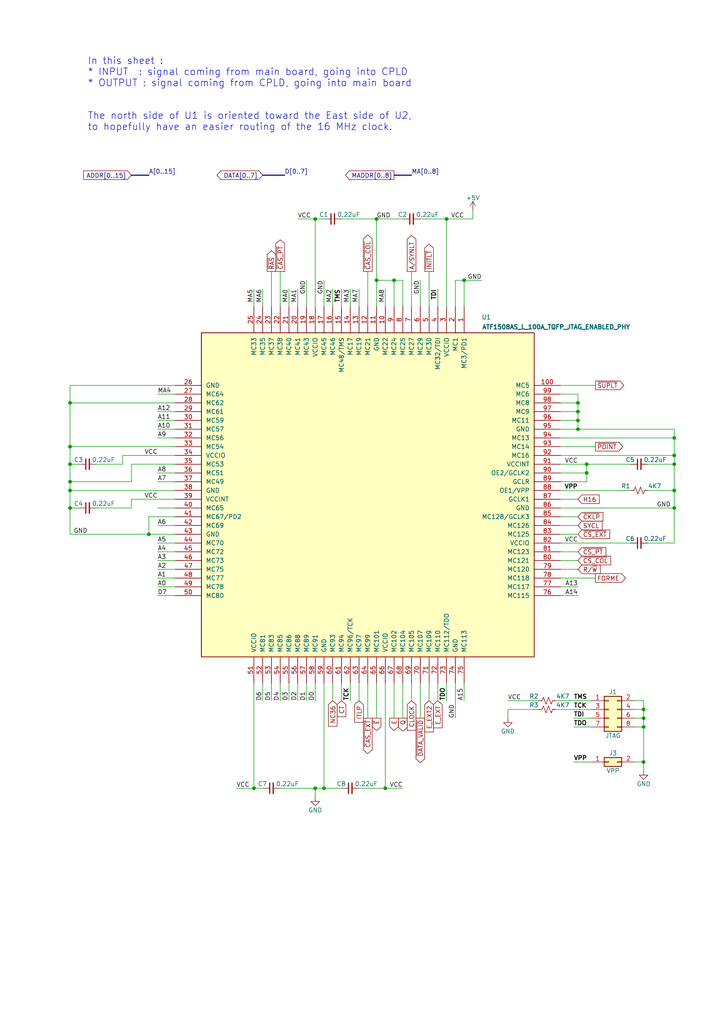
<source format=kicad_sch>
(kicad_sch (version 20230121) (generator eeschema)
  (paper "A4" portrait)
  (title_block (title "Replacement of the Motorola gate array by ATF1508 CPLD") (date "2025-05-17") (rev "DRAFT-0") (company "Sporniket") (comment 1 "For the 8-bits computer known as 'Thomson MO5' released in 1984") (comment 3 "...thomson-mo5--gate-array-motorola--replacement-hw--atf1508") (comment 4 "Original repository : https://github.com/sporniket/..."))
  (lib_symbols
    (symbol "Connector_Generic:Conn_02x01" (pin_names (offset 1.016) hide)
      (property "Reference" "J" (at 1.27 2.54 0))
      (property "Value" "Conn_02x01" (at 1.27 -2.54 0))
      (symbol "Conn_02x01_1_1"
        (rectangle (start -1.27 0.127) (end 0 -0.127) (stroke (width 0.1524)))
        (rectangle (start -1.27 1.27) (end 3.81 -1.27) (stroke (width 0.254)) (fill (type background)))
        (rectangle (start 3.81 0.127) (end 2.54 -0.127) (stroke (width 0.1524)))
        (pin passive line (at -5.08 0 0) (length 3.81) (name "Pin_1") (number "1"))
        (pin passive line (at 7.62 0 180) (length 3.81) (name "Pin_2") (number "2"))
      )
    )
    (symbol "Connector_Generic:Conn_02x04_Odd_Even" (pin_names (offset 1.016) hide)
      (property "Reference" "J" (at 1.27 5.08 0))
      (property "Value" "Conn_02x04_Odd_Even" (at 1.27 -7.62 0))
      (symbol "Conn_02x04_Odd_Even_1_1"
        (rectangle (start -1.27 -4.953) (end 0 -5.207) (stroke (width 0.1524)))
        (rectangle (start -1.27 -2.413) (end 0 -2.667) (stroke (width 0.1524)))
        (rectangle (start -1.27 0.127) (end 0 -0.127) (stroke (width 0.1524)))
        (rectangle (start -1.27 2.667) (end 0 2.413) (stroke (width 0.1524)))
        (rectangle (start -1.27 3.81) (end 3.81 -6.35) (stroke (width 0.254)) (fill (type background)))
        (rectangle (start 3.81 -4.953) (end 2.54 -5.207) (stroke (width 0.1524)))
        (rectangle (start 3.81 -2.413) (end 2.54 -2.667) (stroke (width 0.1524)))
        (rectangle (start 3.81 0.127) (end 2.54 -0.127) (stroke (width 0.1524)))
        (rectangle (start 3.81 2.667) (end 2.54 2.413) (stroke (width 0.1524)))
        (pin passive line (at -5.08 2.54 0) (length 3.81) (name "Pin_1") (number "1"))
        (pin passive line (at 7.62 2.54 180) (length 3.81) (name "Pin_2") (number "2"))
        (pin passive line (at -5.08 0 0) (length 3.81) (name "Pin_3") (number "3"))
        (pin passive line (at 7.62 0 180) (length 3.81) (name "Pin_4") (number "4"))
        (pin passive line (at -5.08 -2.54 0) (length 3.81) (name "Pin_5") (number "5"))
        (pin passive line (at 7.62 -2.54 180) (length 3.81) (name "Pin_6") (number "6"))
        (pin passive line (at -5.08 -5.08 0) (length 3.81) (name "Pin_7") (number "7"))
        (pin passive line (at 7.62 -5.08 180) (length 3.81) (name "Pin_8") (number "8"))
      )
    )
    (symbol "Device:C_Small" (pin_numbers hide) (pin_names (offset 0.254) hide)
      (property "Reference" "C" (at 0.254 1.778 0))
      (property "Value" "C_Small" (at 0.254 -2.032 0))
      (symbol "C_Small_0_1"
        (polyline (pts (xy -1.524 -0.508) (xy 1.524 -0.508)) (stroke (width 0.3302)))
        (polyline (pts (xy -1.524 0.508) (xy 1.524 0.508)) (stroke (width 0.3048)))
      )
      (symbol "C_Small_1_1"
        (pin passive line (at 0 2.54 270) (length 2.032) (name "~") (number "1"))
        (pin passive line (at 0 -2.54 90) (length 2.032) (name "~") (number "2"))
      )
    )
    (symbol "Device:R_Small_US" (pin_numbers hide) (pin_names (offset 0.254) hide)
      (property "Reference" "R" (at 0.762 0.508 0))
      (property "Value" "R_Small_US" (at 0.762 -1.016 0))
      (symbol "R_Small_US_1_1"
        (polyline (pts (xy 0 0) (xy 1.016 -0.381) (xy 0 -0.762) (xy -1.016 -1.143) (xy 0 -1.524)))
        (polyline (pts (xy 0 1.524) (xy 1.016 1.143) (xy 0 0.762) (xy -1.016 0.381) (xy 0 0)))
        (pin passive line (at 0 2.54 270) (length 1.016) (name "~") (number "1"))
        (pin passive line (at 0 -2.54 90) (length 1.016) (name "~") (number "2"))
      )
    )
    (symbol "atf1508as-tqfp100-jtag:ATF1508AS_L_100A_TQFP_JTAG_ENABLED_PHY" (pin_names (offset 1.27))
      (property "Reference" "U" (at 31.75 53.34 0))
      (property "Value" "ATF1508AS_L_100A_TQFP_JTAG_ENABLED_PHY" (at 31.75 50.8 0))
      (symbol "ATF1508AS_L_100A_TQFP_JTAG_ENABLED_PHY_0_0"
        (rectangle (start -46.99 48.26) (end 46.99 -48.26) (stroke (width 0.254)) (fill (type background)))
        (pin bidirectional line (at -54.61 27.94 0) (length 7.62) (name "MC3/PD1") (number "1"))
        (pin bidirectional line (at -54.61 5.08 0) (length 7.62) (name "MC22") (number "10"))
        (pin bidirectional line (at -31.75 55.88 270) (length 7.62) (name "MC5") (number "100"))
        (pin power_in line (at -54.61 2.54 0) (length 7.62) (name "GND") (number "11"))
        (pin bidirectional line (at -54.61 0 0) (length 7.62) (name "MC21") (number "12"))
        (pin bidirectional line (at -54.61 -2.54 0) (length 7.62) (name "MC19") (number "13"))
        (pin bidirectional line (at -54.61 -5.08 0) (length 7.62) (name "MC17") (number "14"))
        (pin bidirectional line (at -54.61 -7.62 0) (length 7.62) (name "MC48/TMS") (number "15"))
        (pin bidirectional line (at -54.61 -10.16 0) (length 7.62) (name "MC46") (number "16"))
        (pin bidirectional line (at -54.61 -12.7 0) (length 7.62) (name "MC45") (number "17"))
        (pin power_in line (at -54.61 -15.24 0) (length 7.62) (name "VCCIO") (number "18"))
        (pin bidirectional line (at -54.61 -17.78 0) (length 7.62) (name "MC43") (number "19"))
        (pin bidirectional line (at -54.61 25.4 0) (length 7.62) (name "MC1") (number "2"))
        (pin bidirectional line (at -54.61 -20.32 0) (length 7.62) (name "MC41") (number "20"))
        (pin bidirectional line (at -54.61 -22.86 0) (length 7.62) (name "MC40") (number "21"))
        (pin bidirectional line (at -54.61 -25.4 0) (length 7.62) (name "MC38") (number "22"))
        (pin bidirectional line (at -54.61 -27.94 0) (length 7.62) (name "MC37") (number "23"))
        (pin bidirectional line (at -54.61 -30.48 0) (length 7.62) (name "MC35") (number "24"))
        (pin bidirectional line (at -54.61 -33.02 0) (length 7.62) (name "MC33") (number "25"))
        (pin power_in line (at -31.75 -55.88 90) (length 7.62) (name "GND") (number "26"))
        (pin bidirectional line (at -29.21 -55.88 90) (length 7.62) (name "MC64") (number "27"))
        (pin bidirectional line (at -26.67 -55.88 90) (length 7.62) (name "MC62") (number "28"))
        (pin bidirectional line (at -24.13 -55.88 90) (length 7.62) (name "MC61") (number "29"))
        (pin power_in line (at -54.61 22.86 0) (length 7.62) (name "VCCIO") (number "3"))
        (pin bidirectional line (at -21.59 -55.88 90) (length 7.62) (name "MC59") (number "30"))
        (pin bidirectional line (at -19.05 -55.88 90) (length 7.62) (name "MC57") (number "31"))
        (pin bidirectional line (at -16.51 -55.88 90) (length 7.62) (name "MC56") (number "32"))
        (pin bidirectional line (at -13.97 -55.88 90) (length 7.62) (name "MC54") (number "33"))
        (pin power_in line (at -11.43 -55.88 90) (length 7.62) (name "VCCIO") (number "34"))
        (pin bidirectional line (at -8.89 -55.88 90) (length 7.62) (name "MC53") (number "35"))
        (pin bidirectional line (at -6.35 -55.88 90) (length 7.62) (name "MC51") (number "36"))
        (pin bidirectional line (at -3.81 -55.88 90) (length 7.62) (name "MC49") (number "37"))
        (pin power_in line (at -1.27 -55.88 90) (length 7.62) (name "GND") (number "38"))
        (pin power_in line (at 1.27 -55.88 90) (length 7.62) (name "VCCINT") (number "39"))
        (pin bidirectional line (at -54.61 20.32 0) (length 7.62) (name "MC32/TDI") (number "4"))
        (pin bidirectional line (at 3.81 -55.88 90) (length 7.62) (name "MC65") (number "40"))
        (pin bidirectional line (at 6.35 -55.88 90) (length 7.62) (name "MC67/PD2") (number "41"))
        (pin bidirectional line (at 8.89 -55.88 90) (length 7.62) (name "MC69") (number "42"))
        (pin power_in line (at 11.43 -55.88 90) (length 7.62) (name "GND") (number "43"))
        (pin bidirectional line (at 13.97 -55.88 90) (length 7.62) (name "MC70") (number "44"))
        (pin bidirectional line (at 16.51 -55.88 90) (length 7.62) (name "MC72") (number "45"))
        (pin bidirectional line (at 19.05 -55.88 90) (length 7.62) (name "MC73") (number "46"))
        (pin bidirectional line (at 21.59 -55.88 90) (length 7.62) (name "MC75") (number "47"))
        (pin bidirectional line (at 24.13 -55.88 90) (length 7.62) (name "MC77") (number "48"))
        (pin bidirectional line (at 26.67 -55.88 90) (length 7.62) (name "MC78") (number "49"))
        (pin bidirectional line (at -54.61 17.78 0) (length 7.62) (name "MC30") (number "5"))
        (pin bidirectional line (at 29.21 -55.88 90) (length 7.62) (name "MC80") (number "50"))
        (pin power_in line (at 54.61 -33.02 180) (length 7.62) (name "VCCIO") (number "51"))
        (pin bidirectional line (at 54.61 -30.48 180) (length 7.62) (name "MC81") (number "52"))
        (pin bidirectional line (at 54.61 -27.94 180) (length 7.62) (name "MC83") (number "53"))
        (pin bidirectional line (at 54.61 -25.4 180) (length 7.62) (name "MC85") (number "54"))
        (pin bidirectional line (at 54.61 -22.86 180) (length 7.62) (name "MC86") (number "55"))
        (pin bidirectional line (at 54.61 -20.32 180) (length 7.62) (name "MC88") (number "56"))
        (pin bidirectional line (at 54.61 -17.78 180) (length 7.62) (name "MC89") (number "57"))
        (pin bidirectional line (at 54.61 -15.24 180) (length 7.62) (name "MC91") (number "58"))
        (pin power_in line (at 54.61 -12.7 180) (length 7.62) (name "GND") (number "59"))
        (pin bidirectional line (at -54.61 15.24 0) (length 7.62) (name "MC29") (number "6"))
        (pin bidirectional line (at 54.61 -10.16 180) (length 7.62) (name "MC93") (number "60"))
        (pin bidirectional line (at 54.61 -7.62 180) (length 7.62) (name "MC94") (number "61"))
        (pin bidirectional line (at 54.61 -5.08 180) (length 7.62) (name "MC96/TCK") (number "62"))
        (pin bidirectional line (at 54.61 -2.54 180) (length 7.62) (name "MC97") (number "63"))
        (pin bidirectional line (at 54.61 0 180) (length 7.62) (name "MC99") (number "64"))
        (pin bidirectional line (at 54.61 2.54 180) (length 7.62) (name "MC101") (number "65"))
        (pin power_in line (at 54.61 5.08 180) (length 7.62) (name "VCCIO") (number "66"))
        (pin bidirectional line (at 54.61 7.62 180) (length 7.62) (name "MC102") (number "67"))
        (pin bidirectional line (at 54.61 10.16 180) (length 7.62) (name "MC104") (number "68"))
        (pin bidirectional line (at 54.61 12.7 180) (length 7.62) (name "MC105") (number "69"))
        (pin bidirectional line (at -54.61 12.7 0) (length 7.62) (name "MC27") (number "7"))
        (pin bidirectional line (at 54.61 15.24 180) (length 7.62) (name "MC107") (number "70"))
        (pin bidirectional line (at 54.61 17.78 180) (length 7.62) (name "MC109") (number "71"))
        (pin bidirectional line (at 54.61 20.32 180) (length 7.62) (name "MC110") (number "72"))
        (pin bidirectional line (at 54.61 22.86 180) (length 7.62) (name "MC112/TDO") (number "73"))
        (pin power_in line (at 54.61 25.4 180) (length 7.62) (name "GND") (number "74"))
        (pin bidirectional line (at 54.61 27.94 180) (length 7.62) (name "MC113") (number "75"))
        (pin bidirectional line (at 29.21 55.88 270) (length 7.62) (name "MC115") (number "76"))
        (pin bidirectional line (at 26.67 55.88 270) (length 7.62) (name "MC117") (number "77"))
        (pin bidirectional line (at 24.13 55.88 270) (length 7.62) (name "MC118") (number "78"))
        (pin bidirectional line (at 21.59 55.88 270) (length 7.62) (name "MC120") (number "79"))
        (pin bidirectional line (at -54.61 10.16 0) (length 7.62) (name "MC25") (number "8"))
        (pin bidirectional line (at 19.05 55.88 270) (length 7.62) (name "MC121") (number "80"))
        (pin bidirectional line (at 16.51 55.88 270) (length 7.62) (name "MC123") (number "81"))
        (pin power_in line (at 13.97 55.88 270) (length 7.62) (name "VCCIO") (number "82"))
        (pin bidirectional line (at 11.43 55.88 270) (length 7.62) (name "MC125") (number "83"))
        (pin bidirectional line (at 8.89 55.88 270) (length 7.62) (name "MC126") (number "84"))
        (pin bidirectional line (at 6.35 55.88 270) (length 7.62) (name "MC128/GCLK3") (number "85"))
        (pin power_in line (at 3.81 55.88 270) (length 7.62) (name "GND") (number "86"))
        (pin input line (at 1.27 55.88 270) (length 7.62) (name "GCLK1") (number "87"))
        (pin input line (at -1.27 55.88 270) (length 7.62) (name "OE1/VPP") (number "88"))
        (pin input line (at -3.81 55.88 270) (length 7.62) (name "GCLR") (number "89"))
        (pin bidirectional line (at -54.61 7.62 0) (length 7.62) (name "MC24") (number "9"))
        (pin input line (at -6.35 55.88 270) (length 7.62) (name "OE2/GCLK2") (number "90"))
        (pin power_in line (at -8.89 55.88 270) (length 7.62) (name "VCCINT") (number "91"))
        (pin bidirectional line (at -11.43 55.88 270) (length 7.62) (name "MC16") (number "92"))
        (pin bidirectional line (at -13.97 55.88 270) (length 7.62) (name "MC14") (number "93"))
        (pin bidirectional line (at -16.51 55.88 270) (length 7.62) (name "MC13") (number "94"))
        (pin power_in line (at -19.05 55.88 270) (length 7.62) (name "GND") (number "95"))
        (pin bidirectional line (at -21.59 55.88 270) (length 7.62) (name "MC11") (number "96"))
        (pin bidirectional line (at -24.13 55.88 270) (length 7.62) (name "MC9") (number "97"))
        (pin bidirectional line (at -26.67 55.88 270) (length 7.62) (name "MC8") (number "98"))
        (pin bidirectional line (at -29.21 55.88 270) (length 7.62) (name "MC6") (number "99"))
      )
    )
    (symbol "power:+5V" (power) (pin_names (offset 0))
      (property "Value" "+5V" (at 0 3.556 0))
      (symbol "+5V_0_1"
        (polyline (pts (xy -0.762 1.27) (xy 0 2.54)))
        (polyline (pts (xy 0 0) (xy 0 2.54)))
        (polyline (pts (xy 0 2.54) (xy 0.762 1.27)))
      )
      (symbol "+5V_1_1"
        (pin power_in line (at 0 0 90) (length 0) hide (name "+5V") (number "1"))
      )
    )
    (symbol "power:GND" (power) (pin_names (offset 0))
      (property "Value" "GND" (at 0 -3.81 0))
      (symbol "GND_0_1"
        (polyline (pts (xy 0 0) (xy 0 -1.27) (xy 1.27 -1.27) (xy 0 -2.54) (xy -1.27 -1.27) (xy 0 -1.27)))
      )
      (symbol "GND_1_1"
        (pin power_in line (at 0 0 270) (length 0) hide (name "GND") (number "1"))
      )
    )
  )
  (junction (at 134.62 81.28))
  (junction (at 114.3 81.28))
  (junction (at 195.58 142.24))
  (junction (at 186.69 210.82))
  (junction (at 91.44 63.5))
  (junction (at 20.32 134.62))
  (junction (at 167.64 119.38))
  (junction (at 20.32 147.32))
  (junction (at 186.69 220.98))
  (junction (at 186.69 205.74))
  (junction (at 91.44 228.6))
  (junction (at 20.32 129.54))
  (junction (at 20.32 116.84))
  (junction (at 129.54 63.5))
  (junction (at 167.64 121.92))
  (junction (at 195.58 134.62))
  (junction (at 43.18 154.94))
  (junction (at 195.58 147.32))
  (junction (at 73.66 228.6))
  (junction (at 195.58 127))
  (junction (at 111.76 228.6))
  (junction (at 109.22 81.28))
  (junction (at 170.18 134.62))
  (junction (at 170.18 137.16))
  (junction (at 167.64 124.46))
  (junction (at 167.64 116.84))
  (junction (at 195.58 132.08))
  (junction (at 20.32 142.24))
  (junction (at 20.32 139.7))
  (junction (at 109.22 63.5))
  (junction (at 93.98 228.6))
  (junction (at 186.69 208.28))
  (wire (pts (xy 162.56 172.72) (xy 167.64 172.72)))
  (wire (pts (xy 121.92 198.12) (xy 121.92 208.28)))
  (wire (pts (xy 20.32 142.24) (xy 50.8 142.24)))
  (wire (pts (xy 195.58 124.46) (xy 195.58 127)))
  (wire (pts (xy 20.32 116.84) (xy 20.32 129.54)))
  (wire (pts (xy 147.32 203.2) (xy 156.21 203.2)))
  (wire (pts (xy 162.56 132.08) (xy 195.58 132.08)))
  (wire (pts (xy 186.69 220.98) (xy 186.69 210.82)))
  (wire (pts (xy 132.08 81.28) (xy 134.62 81.28)))
  (wire (pts (xy 81.28 203.2) (xy 81.28 198.12)))
  (wire (pts (xy 167.64 116.84) (xy 167.64 119.38)))
  (wire (pts (xy 129.54 203.2) (xy 129.54 198.12)))
  (wire (pts (xy 167.64 121.92) (xy 167.64 124.46)))
  (wire (pts (xy 114.3 81.28) (xy 114.3 88.9)))
  (wire (pts (xy 162.56 157.48) (xy 182.88 157.48)))
  (wire (pts (xy 91.44 63.5) (xy 93.98 63.5)))
  (wire (pts (xy 119.38 203.2) (xy 119.38 198.12)))
  (wire (pts (xy 147.32 205.74) (xy 147.32 208.28)))
  (wire (pts (xy 195.58 147.32) (xy 195.58 157.48)))
  (wire (pts (xy 111.76 88.9) (xy 111.76 83.82)))
  (wire (pts (xy 170.18 139.7) (xy 170.18 137.16)))
  (wire (pts (xy 162.56 167.64) (xy 172.72 167.64)))
  (wire (pts (xy 195.58 142.24) (xy 195.58 134.62)))
  (wire (pts (xy 38.1 134.62) (xy 50.8 134.62)))
  (wire (pts (xy 27.94 147.32) (xy 38.1 147.32)))
  (wire (pts (xy 162.56 147.32) (xy 195.58 147.32)))
  (wire (pts (xy 132.08 81.28) (xy 132.08 88.9)))
  (wire (pts (xy 81.28 78.74) (xy 81.28 88.9)))
  (wire (pts (xy 91.44 228.6) (xy 93.98 228.6)))
  (wire (pts (xy 83.82 203.2) (xy 83.82 198.12)))
  (wire (pts (xy 162.56 111.76) (xy 172.72 111.76)))
  (wire (pts (xy 132.08 198.12) (xy 132.08 208.28)))
  (wire (pts (xy 162.56 160.02) (xy 167.64 160.02)))
  (wire (pts (xy 186.69 205.74) (xy 186.69 203.2)))
  (wire (pts (xy 116.84 81.28) (xy 116.84 88.9)))
  (wire (pts (xy 114.3 81.28) (xy 109.22 81.28)))
  (wire (pts (xy 45.72 127) (xy 50.8 127)))
  (wire (pts (xy 186.69 210.82) (xy 186.69 208.28)))
  (wire (pts (xy 20.32 116.84) (xy 50.8 116.84)))
  (wire (pts (xy 83.82 88.9) (xy 83.82 83.82)))
  (wire (pts (xy 187.96 157.48) (xy 195.58 157.48)))
  (wire (pts (xy 86.36 88.9) (xy 86.36 83.82)))
  (wire (pts (xy 162.56 144.78) (xy 167.64 144.78)))
  (wire (pts (xy 162.56 162.56) (xy 167.64 162.56)))
  (wire (pts (xy 106.68 198.12) (xy 106.68 208.28)))
  (wire (pts (xy 161.29 205.74) (xy 171.45 205.74)))
  (wire (pts (xy 45.72 172.72) (xy 50.8 172.72)))
  (wire (pts (xy 162.56 121.92) (xy 167.64 121.92)))
  (wire (pts (xy 93.98 81.28) (xy 93.98 88.9)))
  (wire (pts (xy 137.16 60.96) (xy 137.16 63.5)))
  (wire (pts (xy 20.32 134.62) (xy 22.86 134.62)))
  (wire (pts (xy 124.46 78.74) (xy 124.46 88.9)))
  (wire (pts (xy 38.1 144.78) (xy 50.8 144.78)))
  (wire (pts (xy 119.38 78.74) (xy 119.38 88.9)))
  (wire (pts (xy 45.72 170.18) (xy 50.8 170.18)))
  (wire (pts (xy 99.06 63.5) (xy 109.22 63.5)))
  (wire (pts (xy 162.56 154.94) (xy 167.64 154.94)))
  (wire (pts (xy 104.14 203.2) (xy 104.14 198.12)))
  (wire (pts (xy 86.36 63.5) (xy 91.44 63.5)))
  (wire (pts (xy 184.15 220.98) (xy 186.69 220.98)))
  (wire (pts (xy 162.56 134.62) (xy 170.18 134.62)))
  (wire (pts (xy 129.54 63.5) (xy 129.54 88.9)))
  (wire (pts (xy 137.16 63.5) (xy 129.54 63.5)))
  (wire (pts (xy 43.18 154.94) (xy 50.8 154.94)))
  (wire (pts (xy 99.06 203.2) (xy 99.06 198.12)))
  (wire (pts (xy 45.72 114.3) (xy 50.8 114.3)))
  (wire (pts (xy 134.62 81.28) (xy 134.62 88.9)))
  (wire (pts (xy 101.6 88.9) (xy 101.6 83.82)))
  (wire (pts (xy 195.58 147.32) (xy 195.58 142.24)))
  (wire (pts (xy 73.66 198.12) (xy 73.66 228.6)))
  (wire (pts (xy 45.72 160.02) (xy 50.8 160.02)))
  (wire (pts (xy 127 88.9) (xy 127 83.82)))
  (wire (pts (xy 91.44 63.5) (xy 91.44 88.9)))
  (wire (pts (xy 161.29 203.2) (xy 171.45 203.2)))
  (wire (pts (xy 167.64 119.38) (xy 167.64 121.92)))
  (wire (pts (xy 99.06 83.82) (xy 99.06 88.9)))
  (wire (pts (xy 27.94 134.62) (xy 35.56 134.62)))
  (wire (pts (xy 45.72 124.46) (xy 50.8 124.46)))
  (wire (pts (xy 162.56 127) (xy 195.58 127)))
  (wire (pts (xy 109.22 63.5) (xy 116.84 63.5)))
  (bus (pts (xy 76.2 50.8) (xy 82.55 50.8)))
  (wire (pts (xy 186.69 223.52) (xy 186.69 220.98)))
  (wire (pts (xy 109.22 198.12) (xy 109.22 208.28)))
  (wire (pts (xy 76.2 203.2) (xy 76.2 198.12)))
  (wire (pts (xy 162.56 165.1) (xy 167.64 165.1)))
  (wire (pts (xy 195.58 132.08) (xy 195.58 134.62)))
  (wire (pts (xy 111.76 228.6) (xy 116.84 228.6)))
  (wire (pts (xy 88.9 203.2) (xy 88.9 198.12)))
  (wire (pts (xy 116.84 198.12) (xy 116.84 208.28)))
  (wire (pts (xy 35.56 134.62) (xy 35.56 132.08)))
  (wire (pts (xy 156.21 205.74) (xy 147.32 205.74)))
  (wire (pts (xy 20.32 111.76) (xy 20.32 116.84)))
  (wire (pts (xy 162.56 142.24) (xy 182.88 142.24)))
  (wire (pts (xy 81.28 228.6) (xy 91.44 228.6)))
  (wire (pts (xy 73.66 228.6) (xy 76.2 228.6)))
  (wire (pts (xy 43.18 149.86) (xy 43.18 154.94)))
  (wire (pts (xy 45.72 157.48) (xy 50.8 157.48)))
  (wire (pts (xy 45.72 165.1) (xy 50.8 165.1)))
  (bus (pts (xy 38.1 50.8) (xy 43.18 50.8)))
  (wire (pts (xy 45.72 139.7) (xy 50.8 139.7)))
  (wire (pts (xy 96.52 203.2) (xy 96.52 198.12)))
  (wire (pts (xy 106.68 78.74) (xy 106.68 88.9)))
  (wire (pts (xy 76.2 88.9) (xy 76.2 83.82)))
  (wire (pts (xy 166.37 208.28) (xy 171.45 208.28)))
  (wire (pts (xy 129.54 63.5) (xy 121.92 63.5)))
  (wire (pts (xy 88.9 81.28) (xy 88.9 88.9)))
  (wire (pts (xy 22.86 147.32) (xy 20.32 147.32)))
  (wire (pts (xy 167.64 114.3) (xy 167.64 116.84)))
  (wire (pts (xy 73.66 88.9) (xy 73.66 83.82)))
  (wire (pts (xy 93.98 228.6) (xy 99.06 228.6)))
  (wire (pts (xy 184.15 203.2) (xy 186.69 203.2)))
  (wire (pts (xy 20.32 129.54) (xy 20.32 134.62)))
  (wire (pts (xy 162.56 119.38) (xy 167.64 119.38)))
  (wire (pts (xy 45.72 147.32) (xy 50.8 147.32)))
  (wire (pts (xy 134.62 203.2) (xy 134.62 198.12)))
  (wire (pts (xy 20.32 139.7) (xy 38.1 139.7)))
  (wire (pts (xy 121.92 81.28) (xy 121.92 88.9)))
  (wire (pts (xy 20.32 147.32) (xy 20.32 142.24)))
  (wire (pts (xy 195.58 127) (xy 195.58 132.08)))
  (wire (pts (xy 162.56 170.18) (xy 167.64 170.18)))
  (wire (pts (xy 91.44 228.6) (xy 91.44 231.14)))
  (wire (pts (xy 127 203.2) (xy 127 198.12)))
  (wire (pts (xy 38.1 134.62) (xy 38.1 139.7)))
  (wire (pts (xy 184.15 210.82) (xy 186.69 210.82)))
  (wire (pts (xy 20.32 139.7) (xy 20.32 142.24)))
  (wire (pts (xy 162.56 149.86) (xy 167.64 149.86)))
  (wire (pts (xy 20.32 134.62) (xy 20.32 139.7)))
  (wire (pts (xy 139.7 81.28) (xy 134.62 81.28)))
  (wire (pts (xy 35.56 132.08) (xy 50.8 132.08)))
  (wire (pts (xy 96.52 88.9) (xy 96.52 83.82)))
  (wire (pts (xy 38.1 147.32) (xy 38.1 144.78)))
  (wire (pts (xy 68.58 228.6) (xy 73.66 228.6)))
  (wire (pts (xy 91.44 203.2) (xy 91.44 198.12)))
  (wire (pts (xy 78.74 78.74) (xy 78.74 88.9)))
  (wire (pts (xy 170.18 137.16) (xy 170.18 134.62)))
  (wire (pts (xy 20.32 154.94) (xy 43.18 154.94)))
  (wire (pts (xy 20.32 154.94) (xy 20.32 147.32)))
  (wire (pts (xy 45.72 121.92) (xy 50.8 121.92)))
  (wire (pts (xy 166.37 220.98) (xy 171.45 220.98)))
  (wire (pts (xy 109.22 81.28) (xy 109.22 88.9)))
  (wire (pts (xy 187.96 142.24) (xy 195.58 142.24)))
  (wire (pts (xy 162.56 152.4) (xy 167.64 152.4)))
  (wire (pts (xy 45.72 167.64) (xy 50.8 167.64)))
  (bus (pts (xy 114.3 50.8) (xy 119.38 50.8)))
  (wire (pts (xy 167.64 124.46) (xy 195.58 124.46)))
  (wire (pts (xy 187.96 134.62) (xy 195.58 134.62)))
  (wire (pts (xy 20.32 129.54) (xy 50.8 129.54)))
  (wire (pts (xy 86.36 203.2) (xy 86.36 198.12)))
  (wire (pts (xy 45.72 119.38) (xy 50.8 119.38)))
  (wire (pts (xy 166.37 210.82) (xy 171.45 210.82)))
  (wire (pts (xy 104.14 228.6) (xy 111.76 228.6)))
  (wire (pts (xy 20.32 111.76) (xy 50.8 111.76)))
  (wire (pts (xy 162.56 129.54) (xy 172.72 129.54)))
  (wire (pts (xy 45.72 152.4) (xy 50.8 152.4)))
  (wire (pts (xy 162.56 116.84) (xy 167.64 116.84)))
  (wire (pts (xy 111.76 198.12) (xy 111.76 228.6)))
  (wire (pts (xy 184.15 205.74) (xy 186.69 205.74)))
  (wire (pts (xy 45.72 162.56) (xy 50.8 162.56)))
  (wire (pts (xy 170.18 134.62) (xy 182.88 134.62)))
  (wire (pts (xy 184.15 208.28) (xy 186.69 208.28)))
  (wire (pts (xy 109.22 63.5) (xy 109.22 81.28)))
  (wire (pts (xy 93.98 198.12) (xy 93.98 228.6)))
  (wire (pts (xy 101.6 203.2) (xy 101.6 198.12)))
  (wire (pts (xy 114.3 198.12) (xy 114.3 208.28)))
  (wire (pts (xy 162.56 114.3) (xy 167.64 114.3)))
  (wire (pts (xy 104.14 88.9) (xy 104.14 83.82)))
  (wire (pts (xy 162.56 139.7) (xy 170.18 139.7)))
  (wire (pts (xy 116.84 81.28) (xy 114.3 81.28)))
  (wire (pts (xy 78.74 203.2) (xy 78.74 198.12)))
  (wire (pts (xy 124.46 203.2) (xy 124.46 198.12)))
  (wire (pts (xy 45.72 137.16) (xy 50.8 137.16)))
  (wire (pts (xy 162.56 137.16) (xy 170.18 137.16)))
  (wire (pts (xy 162.56 124.46) (xy 167.64 124.46)))
  (wire (pts (xy 43.18 149.86) (xy 50.8 149.86)))
  (wire (pts (xy 186.69 208.28) (xy 186.69 205.74)))
  (text "In this sheet : \n* INPUT  : signal coming from main board, going into CPLD\n* OUTPUT : signal coming from CPLD, going into main board\n" (at 25.4 25.4 0) (effects (font (size 2 2)) (justify left bottom)))
  (text "The north side of U1 is oriented toward the East side of U2,\nto hopefully have an easier routing of the 16 MHz clock." (at 25.4 38.1 0) (effects (font (size 2 2)) (justify left bottom)))
  (label "D7" (at 45.72 172.72 0))
  (label "D0" (at 91.44 203.2 90))
  (label "MA[0..8]" (at 119.38 50.8 0))
  (label "D1" (at 88.9 203.2 90))
  (label "TCK" (at 101.6 203.2 90) (effects (font (thickness 0.254) bold)))
  (label "GND" (at 190.5 147.32 0))
  (label "A5" (at 45.72 157.48 0))
  (label "VCC" (at 45.72 144.78 180))
  (label "VCC" (at 45.72 132.08 180))
  (label "VCC" (at 167.64 134.62 180))
  (label "TDI" (at 166.37 208.28 0) (effects (font bold)))
  (label "GND" (at 109.22 63.5 0))
  (label "GND" (at 25.4 154.94 180))
  (label "A8" (at 45.72 137.16 0))
  (label "VCC" (at 134.62 63.5 180))
  (label "D3" (at 83.82 203.2 90))
  (label "MA3" (at 101.6 83.82 270))
  (label "VCC" (at 167.64 157.48 180))
  (label "GND" (at 139.7 81.28 180))
  (label "A7" (at 45.72 139.7 0))
  (label "MA7" (at 104.14 83.82 270))
  (label "A14" (at 167.64 172.72 180))
  (label "D[0..7]" (at 82.55 50.8 0))
  (label "MA5" (at 73.66 83.82 270))
  (label "A3" (at 45.72 162.56 0))
  (label "GND" (at 121.92 81.28 270))
  (label "VCC" (at 68.58 228.6 0))
  (label "VPP" (at 166.37 220.98 0) (effects (font (thickness 0.254) bold)))
  (label "TDO" (at 166.37 210.82 0) (effects (font bold)))
  (label "A1" (at 45.72 167.64 0))
  (label "TMS" (at 99.06 83.82 270) (effects (font (thickness 0.254) bold)))
  (label "MA0" (at 83.82 83.82 270))
  (label "TMS" (at 166.37 203.2 0) (effects (font (thickness 0.254) bold)))
  (label "A2" (at 45.72 165.1 0))
  (label "A0" (at 45.72 170.18 0))
  (label "A9" (at 45.72 127 0))
  (label "A15" (at 134.62 203.2 90))
  (label "GND" (at 132.08 208.28 90))
  (label "MA1" (at 86.36 83.82 270))
  (label "TDO" (at 129.54 203.2 90) (effects (font bold)))
  (label "VCC" (at 86.36 63.5 0))
  (label "A12" (at 45.72 119.38 0))
  (label "D6" (at 76.2 203.2 90))
  (label "TCK" (at 166.37 205.74 0) (effects (font (thickness 0.254) bold)))
  (label "D2" (at 86.36 203.2 90))
  (label "D4" (at 81.28 203.2 90))
  (label "MA2" (at 96.52 83.82 270))
  (label "GND" (at 93.98 81.28 270))
  (label "MA8" (at 111.76 83.82 270))
  (label "A6" (at 45.72 152.4 0))
  (label "MA4" (at 45.72 114.3 0))
  (label "TDI" (at 127 83.82 270) (effects (font bold)))
  (label "A[0..15]" (at 43.18 50.8 0))
  (label "VCC" (at 116.84 228.6 180))
  (label "A11" (at 45.72 121.92 0))
  (label "D5" (at 78.74 203.2 90))
  (label "MA6" (at 76.2 83.82 270))
  (label "VCC" (at 147.32 203.2 0))
  (label "VPP" (at 167.64 142.24 180) (effects (font (thickness 0.254) bold)))
  (label "GND" (at 88.9 81.28 270))
  (label "A10" (at 45.72 124.46 0))
  (label "A13" (at 167.64 170.18 180))
  (label "A4" (at 45.72 160.02 0))
  (global_label "A{slash}SYNLT" (shape output) (at 119.38 78.74 90) (property "Intersheetrefs" "${INTERSHEET_REFS}" (effects hide)))
  (global_label "~{CAS_PT}" (shape output) (at 81.28 78.74 90) (property "Intersheetrefs" "${INTERSHEET_REFS}" (effects hide)))
  (global_label "~{CS_PT}" (shape input) (at 167.64 160.02 0) (property "Intersheetrefs" "${INTERSHEET_REFS}" (effects hide)))
  (global_label "Q" (shape output) (at 116.84 208.28 270) (property "Intersheetrefs" "${INTERSHEET_REFS}" (effects hide)))
  (global_label "~{CAS_COL}" (shape output) (at 106.68 78.74 90) (property "Intersheetrefs" "${INTERSHEET_REFS}" (effects hide)))
  (global_label "~{CKLP}" (shape input) (at 167.64 149.86 0) (property "Intersheetrefs" "${INTERSHEET_REFS}" (effects hide)))
  (global_label "CT" (shape input) (at 99.06 203.2 270) (property "Intersheetrefs" "${INTERSHEET_REFS}" (effects hide)))
  (global_label "~{CS_COL}" (shape input) (at 167.64 162.56 0) (property "Intersheetrefs" "${INTERSHEET_REFS}" (effects hide)))
  (global_label "~{SUPLT}" (shape output) (at 172.72 111.76 0) (property "Intersheetrefs" "${INTERSHEET_REFS}" (effects hide)))
  (global_label "SYCL" (shape input) (at 167.64 152.4 0) (property "Intersheetrefs" "${INTERSHEET_REFS}" (effects hide)))
  (global_label "E" (shape output) (at 114.3 208.28 270) (property "Intersheetrefs" "${INTERSHEET_REFS}" (effects hide)))
  (global_label "FORME" (shape output) (at 172.72 167.64 0) (property "Intersheetrefs" "${INTERSHEET_REFS}" (effects hide)))
  (global_label "ITLP" (shape input) (at 104.14 203.2 270) (property "Intersheetrefs" "${INTERSHEET_REFS}" (effects hide)))
  (global_label "~{CAS_EXT}" (shape output) (at 106.68 208.28 270) (property "Intersheetrefs" "${INTERSHEET_REFS}" (effects hide)))
  (global_label "E_EXT" (shape input) (at 127 203.2 270) (property "Intersheetrefs" "${INTERSHEET_REFS}" (effects hide)))
  (global_label "~{DATA_VALID}" (shape output) (at 121.92 208.28 270) (property "Intersheetrefs" "${INTERSHEET_REFS}" (effects hide)))
  (global_label "E_EXT2" (shape input) (at 124.46 203.2 270) (property "Intersheetrefs" "${INTERSHEET_REFS}" (effects hide)))
  (global_label "R{slash}~{W}" (shape input) (at 167.64 165.1 0) (property "Intersheetrefs" "${INTERSHEET_REFS}" (effects hide)))
  (global_label "~{INITLT}" (shape output) (at 124.46 78.74 90) (property "Intersheetrefs" "${INTERSHEET_REFS}" (effects hide)))
  (global_label "~{POINT}" (shape output) (at 172.72 129.54 0) (property "Intersheetrefs" "${INTERSHEET_REFS}" (effects hide)))
  (global_label "NC36" (shape input) (at 96.52 203.2 270) (property "Intersheetrefs" "${INTERSHEET_REFS}" (effects hide)))
  (global_label "ADDR[0..15]" (shape input) (at 38.1 50.8 180) (property "Intersheetrefs" "${INTERSHEET_REFS}" (effects hide)))
  (global_label "~{CS_EXT}" (shape input) (at 167.64 154.94 0) (property "Intersheetrefs" "${INTERSHEET_REFS}" (effects hide)))
  (global_label "~{RAS}" (shape output) (at 78.74 78.74 90) (property "Intersheetrefs" "${INTERSHEET_REFS}" (effects hide)))
  (global_label "H16" (shape input) (at 167.64 144.78 0) (property "Intersheetrefs" "${INTERSHEET_REFS}" (effects hide)))
  (global_label "MADDR[0..8]" (shape output) (at 114.3 50.8 180) (property "Intersheetrefs" "${INTERSHEET_REFS}" (effects hide)))
  (global_label "~{E}" (shape output) (at 109.22 208.28 270) (property "Intersheetrefs" "${INTERSHEET_REFS}" (effects hide)))
  (global_label "DATA[0..7]" (shape bidirectional) (at 76.2 50.8 180) (property "Intersheetrefs" "${INTERSHEET_REFS}" (effects hide)))
  (global_label "CLOCK" (shape input) (at 119.38 203.2 270) (property "Intersheetrefs" "${INTERSHEET_REFS}" (effects hide)))
  (symbol (lib_id "power:GND") (at 186.69 223.52 0) (unit 1)
    (property "Reference" "#PWR05" (effects hide))
    (property "Value" "GND" (at 186.69 227.33 0))
  )
  (symbol (lib_id "Connector_Generic:Conn_02x04_Odd_Even") (at 176.53 205.74 0) (unit 1)
    (property "Reference" "J1" (at 177.8 200.66 0))
    (property "Value" "JTAG" (at 177.8 213.36 0))
  )
  (symbol (lib_id "Device:R_Small_US") (at 185.42 142.24 90) (unit 1)
    (property "Reference" "R1" (at 182.88 140.97 90) (effects (justify left)))
    (property "Value" "4K7" (at 187.96 140.97 90) (effects (justify right)))
  )
  (symbol (lib_id "Device:C_Small") (at 119.38 63.5 90) (unit 1)
    (property "Reference" "C2" (at 118.11 62.23 90) (effects (justify left)))
    (property "Value" "0.22uF" (at 120.65 62.23 90) (effects (justify right)))
  )
  (symbol (lib_id "power:GND") (at 91.44 231.14 0) (unit 1)
    (property "Reference" "#PWR04" (effects hide))
    (property "Value" "GND" (at 91.44 234.95 0))
  )
  (symbol (lib_id "Device:C_Small") (at 25.4 134.62 90) (unit 1)
    (property "Reference" "C3" (at 24.13 133.35 90) (effects (justify left)))
    (property "Value" "0.22uF" (at 26.67 133.35 90) (effects (justify right)))
  )
  (symbol (lib_id "Device:C_Small") (at 78.74 228.6 90) (unit 1)
    (property "Reference" "C7" (at 77.47 227.33 90) (effects (justify left)))
    (property "Value" "0.22uF" (at 80.01 227.33 90) (effects (justify right)))
  )
  (symbol (lib_id "atf1508as-tqfp100-jtag:ATF1508AS_L_100A_TQFP_JTAG_ENABLED_PHY") (at 106.68 143.51 270) (unit 1)
    (property "Reference" "U1" (at 139.7 92.71 90) (effects (justify left bottom)))
    (property "Value" "ATF1508AS_L_100A_TQFP_JTAG_ENABLED_PHY" (at 139.7 93.98 90) (effects (font bold) (justify left top)))
    (property "Footprint" "Package_QFP:TQFP-100_14x14mm_P0.5mm" (effects hide))
    (property "Datasheet" "https://ww1.microchip.com/downloads/en/DeviceDoc/doc0784.pdf" (effects hide))
  )
  (symbol (lib_id "Device:R_Small_US") (at 158.75 203.2 90) (unit 1)
    (property "Reference" "R2" (at 156.21 201.93 90) (effects (justify left)))
    (property "Value" "4K7" (at 161.29 201.93 90) (effects (justify right)))
  )
  (symbol (lib_id "Device:C_Small") (at 185.42 134.62 90) (unit 1)
    (property "Reference" "C5" (at 184.15 133.35 90) (effects (justify left)))
    (property "Value" "0.22uF" (at 186.69 133.35 90) (effects (justify right)))
  )
  (symbol (lib_id "Device:C_Small") (at 185.42 157.48 90) (unit 1)
    (property "Reference" "C6" (at 184.15 156.21 90) (effects (justify left)))
    (property "Value" "0.22uF" (at 186.69 156.21 90) (effects (justify right)))
  )
  (symbol (lib_id "Device:R_Small_US") (at 158.75 205.74 90) (unit 1)
    (property "Reference" "R3" (at 156.21 204.47 90) (effects (justify left)))
    (property "Value" "4K7" (at 161.29 204.47 90) (effects (justify right)))
  )
  (symbol (lib_id "power:GND") (at 147.32 208.28 0) (unit 1)
    (property "Reference" "#PWR06" (effects hide))
    (property "Value" "GND" (at 147.32 212.09 0))
  )
  (symbol (lib_id "Device:C_Small") (at 96.52 63.5 90) (unit 1)
    (property "Reference" "C1" (at 95.25 62.23 90) (effects (justify left)))
    (property "Value" "0.22uF" (at 97.79 62.23 90) (effects (justify right)))
  )
  (symbol (lib_id "Device:C_Small") (at 101.6 228.6 90) (unit 1)
    (property "Reference" "C8" (at 100.33 227.33 90) (effects (justify left)))
    (property "Value" "0.22uF" (at 102.87 227.33 90) (effects (justify right)))
  )
  (symbol (lib_id "power:+5V") (at 137.16 60.96 0) (unit 1)
    (property "Reference" "#PWR03" (effects hide))
    (property "Value" "+5V" (at 137.16 57.404 0))
  )
  (symbol (lib_id "Connector_Generic:Conn_02x01") (at 176.53 220.98 0) (unit 1)
    (property "Reference" "J3" (at 177.8 218.44 0))
    (property "Value" "VPP" (at 177.8 223.52 0))
  )
  (symbol (lib_id "Device:C_Small") (at 25.4 147.32 90) (unit 1)
    (property "Reference" "C4" (at 24.13 146.05 90) (effects (justify left)))
    (property "Value" "0.22uF" (at 26.67 146.05 90) (effects (justify right)))
  )
)
</source>
